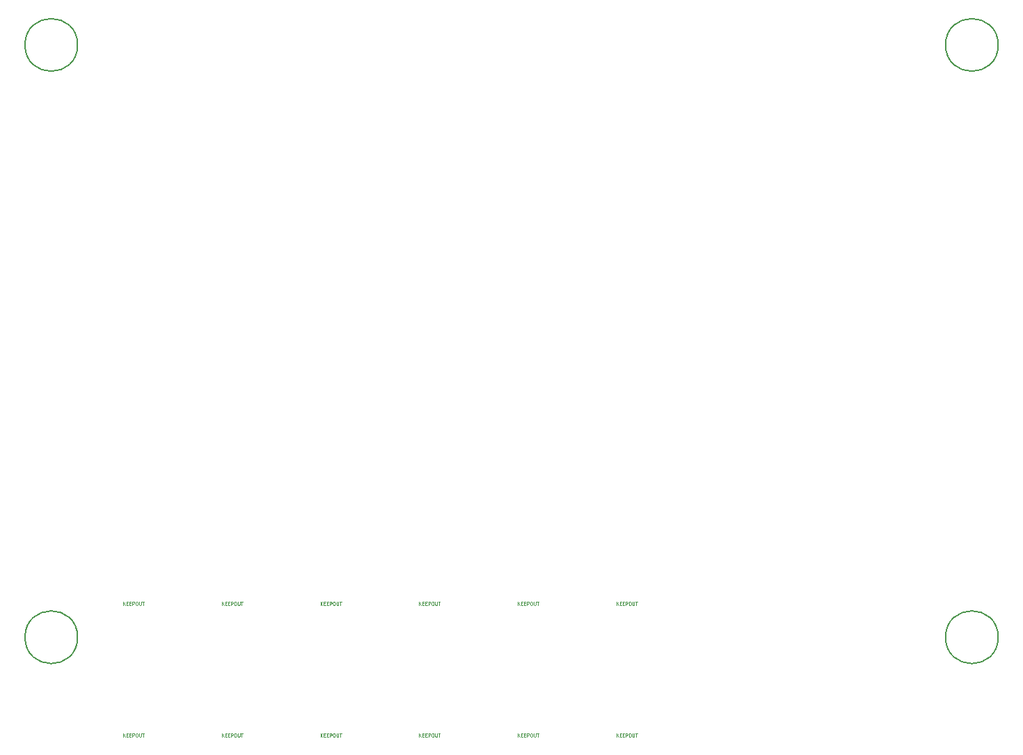
<source format=gbr>
%TF.GenerationSoftware,KiCad,Pcbnew,7.0.2*%
%TF.CreationDate,2025-03-10T10:37:47+00:00*%
%TF.ProjectId,dk2_04b_top,646b325f-3034-4625-9f74-6f702e6b6963,rev?*%
%TF.SameCoordinates,Original*%
%TF.FileFunction,Other,Comment*%
%FSLAX46Y46*%
G04 Gerber Fmt 4.6, Leading zero omitted, Abs format (unit mm)*
G04 Created by KiCad (PCBNEW 7.0.2) date 2025-03-10 10:37:47*
%MOMM*%
%LPD*%
G01*
G04 APERTURE LIST*
%ADD10C,0.051000*%
%ADD11C,0.150000*%
G04 APERTURE END LIST*
D10*
%TO.C,J2*%
X94761904Y-124105047D02*
X94761904Y-123705047D01*
X94990475Y-124105047D02*
X94819046Y-123876476D01*
X94990475Y-123705047D02*
X94761904Y-123933619D01*
X95161904Y-123895523D02*
X95295237Y-123895523D01*
X95352380Y-124105047D02*
X95161904Y-124105047D01*
X95161904Y-124105047D02*
X95161904Y-123705047D01*
X95161904Y-123705047D02*
X95352380Y-123705047D01*
X95523809Y-123895523D02*
X95657142Y-123895523D01*
X95714285Y-124105047D02*
X95523809Y-124105047D01*
X95523809Y-124105047D02*
X95523809Y-123705047D01*
X95523809Y-123705047D02*
X95714285Y-123705047D01*
X95885714Y-124105047D02*
X95885714Y-123705047D01*
X95885714Y-123705047D02*
X96038095Y-123705047D01*
X96038095Y-123705047D02*
X96076190Y-123724095D01*
X96076190Y-123724095D02*
X96095237Y-123743142D01*
X96095237Y-123743142D02*
X96114285Y-123781238D01*
X96114285Y-123781238D02*
X96114285Y-123838380D01*
X96114285Y-123838380D02*
X96095237Y-123876476D01*
X96095237Y-123876476D02*
X96076190Y-123895523D01*
X96076190Y-123895523D02*
X96038095Y-123914571D01*
X96038095Y-123914571D02*
X95885714Y-123914571D01*
X96361904Y-123705047D02*
X96438095Y-123705047D01*
X96438095Y-123705047D02*
X96476190Y-123724095D01*
X96476190Y-123724095D02*
X96514285Y-123762190D01*
X96514285Y-123762190D02*
X96533333Y-123838380D01*
X96533333Y-123838380D02*
X96533333Y-123971714D01*
X96533333Y-123971714D02*
X96514285Y-124047904D01*
X96514285Y-124047904D02*
X96476190Y-124086000D01*
X96476190Y-124086000D02*
X96438095Y-124105047D01*
X96438095Y-124105047D02*
X96361904Y-124105047D01*
X96361904Y-124105047D02*
X96323809Y-124086000D01*
X96323809Y-124086000D02*
X96285714Y-124047904D01*
X96285714Y-124047904D02*
X96266666Y-123971714D01*
X96266666Y-123971714D02*
X96266666Y-123838380D01*
X96266666Y-123838380D02*
X96285714Y-123762190D01*
X96285714Y-123762190D02*
X96323809Y-123724095D01*
X96323809Y-123724095D02*
X96361904Y-123705047D01*
X96704762Y-123705047D02*
X96704762Y-124028857D01*
X96704762Y-124028857D02*
X96723809Y-124066952D01*
X96723809Y-124066952D02*
X96742857Y-124086000D01*
X96742857Y-124086000D02*
X96780952Y-124105047D01*
X96780952Y-124105047D02*
X96857143Y-124105047D01*
X96857143Y-124105047D02*
X96895238Y-124086000D01*
X96895238Y-124086000D02*
X96914285Y-124066952D01*
X96914285Y-124066952D02*
X96933333Y-124028857D01*
X96933333Y-124028857D02*
X96933333Y-123705047D01*
X97066667Y-123705047D02*
X97295238Y-123705047D01*
X97180952Y-124105047D02*
X97180952Y-123705047D01*
%TO.C,J13*%
X130761904Y-124105047D02*
X130761904Y-123705047D01*
X130990475Y-124105047D02*
X130819046Y-123876476D01*
X130990475Y-123705047D02*
X130761904Y-123933619D01*
X131161904Y-123895523D02*
X131295237Y-123895523D01*
X131352380Y-124105047D02*
X131161904Y-124105047D01*
X131161904Y-124105047D02*
X131161904Y-123705047D01*
X131161904Y-123705047D02*
X131352380Y-123705047D01*
X131523809Y-123895523D02*
X131657142Y-123895523D01*
X131714285Y-124105047D02*
X131523809Y-124105047D01*
X131523809Y-124105047D02*
X131523809Y-123705047D01*
X131523809Y-123705047D02*
X131714285Y-123705047D01*
X131885714Y-124105047D02*
X131885714Y-123705047D01*
X131885714Y-123705047D02*
X132038095Y-123705047D01*
X132038095Y-123705047D02*
X132076190Y-123724095D01*
X132076190Y-123724095D02*
X132095237Y-123743142D01*
X132095237Y-123743142D02*
X132114285Y-123781238D01*
X132114285Y-123781238D02*
X132114285Y-123838380D01*
X132114285Y-123838380D02*
X132095237Y-123876476D01*
X132095237Y-123876476D02*
X132076190Y-123895523D01*
X132076190Y-123895523D02*
X132038095Y-123914571D01*
X132038095Y-123914571D02*
X131885714Y-123914571D01*
X132361904Y-123705047D02*
X132438095Y-123705047D01*
X132438095Y-123705047D02*
X132476190Y-123724095D01*
X132476190Y-123724095D02*
X132514285Y-123762190D01*
X132514285Y-123762190D02*
X132533333Y-123838380D01*
X132533333Y-123838380D02*
X132533333Y-123971714D01*
X132533333Y-123971714D02*
X132514285Y-124047904D01*
X132514285Y-124047904D02*
X132476190Y-124086000D01*
X132476190Y-124086000D02*
X132438095Y-124105047D01*
X132438095Y-124105047D02*
X132361904Y-124105047D01*
X132361904Y-124105047D02*
X132323809Y-124086000D01*
X132323809Y-124086000D02*
X132285714Y-124047904D01*
X132285714Y-124047904D02*
X132266666Y-123971714D01*
X132266666Y-123971714D02*
X132266666Y-123838380D01*
X132266666Y-123838380D02*
X132285714Y-123762190D01*
X132285714Y-123762190D02*
X132323809Y-123724095D01*
X132323809Y-123724095D02*
X132361904Y-123705047D01*
X132704762Y-123705047D02*
X132704762Y-124028857D01*
X132704762Y-124028857D02*
X132723809Y-124066952D01*
X132723809Y-124066952D02*
X132742857Y-124086000D01*
X132742857Y-124086000D02*
X132780952Y-124105047D01*
X132780952Y-124105047D02*
X132857143Y-124105047D01*
X132857143Y-124105047D02*
X132895238Y-124086000D01*
X132895238Y-124086000D02*
X132914285Y-124066952D01*
X132914285Y-124066952D02*
X132933333Y-124028857D01*
X132933333Y-124028857D02*
X132933333Y-123705047D01*
X133066667Y-123705047D02*
X133295238Y-123705047D01*
X133180952Y-124105047D02*
X133180952Y-123705047D01*
%TO.C,J12*%
X118761904Y-124105047D02*
X118761904Y-123705047D01*
X118990475Y-124105047D02*
X118819046Y-123876476D01*
X118990475Y-123705047D02*
X118761904Y-123933619D01*
X119161904Y-123895523D02*
X119295237Y-123895523D01*
X119352380Y-124105047D02*
X119161904Y-124105047D01*
X119161904Y-124105047D02*
X119161904Y-123705047D01*
X119161904Y-123705047D02*
X119352380Y-123705047D01*
X119523809Y-123895523D02*
X119657142Y-123895523D01*
X119714285Y-124105047D02*
X119523809Y-124105047D01*
X119523809Y-124105047D02*
X119523809Y-123705047D01*
X119523809Y-123705047D02*
X119714285Y-123705047D01*
X119885714Y-124105047D02*
X119885714Y-123705047D01*
X119885714Y-123705047D02*
X120038095Y-123705047D01*
X120038095Y-123705047D02*
X120076190Y-123724095D01*
X120076190Y-123724095D02*
X120095237Y-123743142D01*
X120095237Y-123743142D02*
X120114285Y-123781238D01*
X120114285Y-123781238D02*
X120114285Y-123838380D01*
X120114285Y-123838380D02*
X120095237Y-123876476D01*
X120095237Y-123876476D02*
X120076190Y-123895523D01*
X120076190Y-123895523D02*
X120038095Y-123914571D01*
X120038095Y-123914571D02*
X119885714Y-123914571D01*
X120361904Y-123705047D02*
X120438095Y-123705047D01*
X120438095Y-123705047D02*
X120476190Y-123724095D01*
X120476190Y-123724095D02*
X120514285Y-123762190D01*
X120514285Y-123762190D02*
X120533333Y-123838380D01*
X120533333Y-123838380D02*
X120533333Y-123971714D01*
X120533333Y-123971714D02*
X120514285Y-124047904D01*
X120514285Y-124047904D02*
X120476190Y-124086000D01*
X120476190Y-124086000D02*
X120438095Y-124105047D01*
X120438095Y-124105047D02*
X120361904Y-124105047D01*
X120361904Y-124105047D02*
X120323809Y-124086000D01*
X120323809Y-124086000D02*
X120285714Y-124047904D01*
X120285714Y-124047904D02*
X120266666Y-123971714D01*
X120266666Y-123971714D02*
X120266666Y-123838380D01*
X120266666Y-123838380D02*
X120285714Y-123762190D01*
X120285714Y-123762190D02*
X120323809Y-123724095D01*
X120323809Y-123724095D02*
X120361904Y-123705047D01*
X120704762Y-123705047D02*
X120704762Y-124028857D01*
X120704762Y-124028857D02*
X120723809Y-124066952D01*
X120723809Y-124066952D02*
X120742857Y-124086000D01*
X120742857Y-124086000D02*
X120780952Y-124105047D01*
X120780952Y-124105047D02*
X120857143Y-124105047D01*
X120857143Y-124105047D02*
X120895238Y-124086000D01*
X120895238Y-124086000D02*
X120914285Y-124066952D01*
X120914285Y-124066952D02*
X120933333Y-124028857D01*
X120933333Y-124028857D02*
X120933333Y-123705047D01*
X121066667Y-123705047D02*
X121295238Y-123705047D01*
X121180952Y-124105047D02*
X121180952Y-123705047D01*
%TO.C,J11*%
X142761904Y-140105047D02*
X142761904Y-139705047D01*
X142990475Y-140105047D02*
X142819046Y-139876476D01*
X142990475Y-139705047D02*
X142761904Y-139933619D01*
X143161904Y-139895523D02*
X143295237Y-139895523D01*
X143352380Y-140105047D02*
X143161904Y-140105047D01*
X143161904Y-140105047D02*
X143161904Y-139705047D01*
X143161904Y-139705047D02*
X143352380Y-139705047D01*
X143523809Y-139895523D02*
X143657142Y-139895523D01*
X143714285Y-140105047D02*
X143523809Y-140105047D01*
X143523809Y-140105047D02*
X143523809Y-139705047D01*
X143523809Y-139705047D02*
X143714285Y-139705047D01*
X143885714Y-140105047D02*
X143885714Y-139705047D01*
X143885714Y-139705047D02*
X144038095Y-139705047D01*
X144038095Y-139705047D02*
X144076190Y-139724095D01*
X144076190Y-139724095D02*
X144095237Y-139743142D01*
X144095237Y-139743142D02*
X144114285Y-139781238D01*
X144114285Y-139781238D02*
X144114285Y-139838380D01*
X144114285Y-139838380D02*
X144095237Y-139876476D01*
X144095237Y-139876476D02*
X144076190Y-139895523D01*
X144076190Y-139895523D02*
X144038095Y-139914571D01*
X144038095Y-139914571D02*
X143885714Y-139914571D01*
X144361904Y-139705047D02*
X144438095Y-139705047D01*
X144438095Y-139705047D02*
X144476190Y-139724095D01*
X144476190Y-139724095D02*
X144514285Y-139762190D01*
X144514285Y-139762190D02*
X144533333Y-139838380D01*
X144533333Y-139838380D02*
X144533333Y-139971714D01*
X144533333Y-139971714D02*
X144514285Y-140047904D01*
X144514285Y-140047904D02*
X144476190Y-140086000D01*
X144476190Y-140086000D02*
X144438095Y-140105047D01*
X144438095Y-140105047D02*
X144361904Y-140105047D01*
X144361904Y-140105047D02*
X144323809Y-140086000D01*
X144323809Y-140086000D02*
X144285714Y-140047904D01*
X144285714Y-140047904D02*
X144266666Y-139971714D01*
X144266666Y-139971714D02*
X144266666Y-139838380D01*
X144266666Y-139838380D02*
X144285714Y-139762190D01*
X144285714Y-139762190D02*
X144323809Y-139724095D01*
X144323809Y-139724095D02*
X144361904Y-139705047D01*
X144704762Y-139705047D02*
X144704762Y-140028857D01*
X144704762Y-140028857D02*
X144723809Y-140066952D01*
X144723809Y-140066952D02*
X144742857Y-140086000D01*
X144742857Y-140086000D02*
X144780952Y-140105047D01*
X144780952Y-140105047D02*
X144857143Y-140105047D01*
X144857143Y-140105047D02*
X144895238Y-140086000D01*
X144895238Y-140086000D02*
X144914285Y-140066952D01*
X144914285Y-140066952D02*
X144933333Y-140028857D01*
X144933333Y-140028857D02*
X144933333Y-139705047D01*
X145066667Y-139705047D02*
X145295238Y-139705047D01*
X145180952Y-140105047D02*
X145180952Y-139705047D01*
%TO.C,J4*%
X82761904Y-124105047D02*
X82761904Y-123705047D01*
X82990475Y-124105047D02*
X82819046Y-123876476D01*
X82990475Y-123705047D02*
X82761904Y-123933619D01*
X83161904Y-123895523D02*
X83295237Y-123895523D01*
X83352380Y-124105047D02*
X83161904Y-124105047D01*
X83161904Y-124105047D02*
X83161904Y-123705047D01*
X83161904Y-123705047D02*
X83352380Y-123705047D01*
X83523809Y-123895523D02*
X83657142Y-123895523D01*
X83714285Y-124105047D02*
X83523809Y-124105047D01*
X83523809Y-124105047D02*
X83523809Y-123705047D01*
X83523809Y-123705047D02*
X83714285Y-123705047D01*
X83885714Y-124105047D02*
X83885714Y-123705047D01*
X83885714Y-123705047D02*
X84038095Y-123705047D01*
X84038095Y-123705047D02*
X84076190Y-123724095D01*
X84076190Y-123724095D02*
X84095237Y-123743142D01*
X84095237Y-123743142D02*
X84114285Y-123781238D01*
X84114285Y-123781238D02*
X84114285Y-123838380D01*
X84114285Y-123838380D02*
X84095237Y-123876476D01*
X84095237Y-123876476D02*
X84076190Y-123895523D01*
X84076190Y-123895523D02*
X84038095Y-123914571D01*
X84038095Y-123914571D02*
X83885714Y-123914571D01*
X84361904Y-123705047D02*
X84438095Y-123705047D01*
X84438095Y-123705047D02*
X84476190Y-123724095D01*
X84476190Y-123724095D02*
X84514285Y-123762190D01*
X84514285Y-123762190D02*
X84533333Y-123838380D01*
X84533333Y-123838380D02*
X84533333Y-123971714D01*
X84533333Y-123971714D02*
X84514285Y-124047904D01*
X84514285Y-124047904D02*
X84476190Y-124086000D01*
X84476190Y-124086000D02*
X84438095Y-124105047D01*
X84438095Y-124105047D02*
X84361904Y-124105047D01*
X84361904Y-124105047D02*
X84323809Y-124086000D01*
X84323809Y-124086000D02*
X84285714Y-124047904D01*
X84285714Y-124047904D02*
X84266666Y-123971714D01*
X84266666Y-123971714D02*
X84266666Y-123838380D01*
X84266666Y-123838380D02*
X84285714Y-123762190D01*
X84285714Y-123762190D02*
X84323809Y-123724095D01*
X84323809Y-123724095D02*
X84361904Y-123705047D01*
X84704762Y-123705047D02*
X84704762Y-124028857D01*
X84704762Y-124028857D02*
X84723809Y-124066952D01*
X84723809Y-124066952D02*
X84742857Y-124086000D01*
X84742857Y-124086000D02*
X84780952Y-124105047D01*
X84780952Y-124105047D02*
X84857143Y-124105047D01*
X84857143Y-124105047D02*
X84895238Y-124086000D01*
X84895238Y-124086000D02*
X84914285Y-124066952D01*
X84914285Y-124066952D02*
X84933333Y-124028857D01*
X84933333Y-124028857D02*
X84933333Y-123705047D01*
X85066667Y-123705047D02*
X85295238Y-123705047D01*
X85180952Y-124105047D02*
X85180952Y-123705047D01*
%TO.C,J14*%
X118761904Y-140105047D02*
X118761904Y-139705047D01*
X118990475Y-140105047D02*
X118819046Y-139876476D01*
X118990475Y-139705047D02*
X118761904Y-139933619D01*
X119161904Y-139895523D02*
X119295237Y-139895523D01*
X119352380Y-140105047D02*
X119161904Y-140105047D01*
X119161904Y-140105047D02*
X119161904Y-139705047D01*
X119161904Y-139705047D02*
X119352380Y-139705047D01*
X119523809Y-139895523D02*
X119657142Y-139895523D01*
X119714285Y-140105047D02*
X119523809Y-140105047D01*
X119523809Y-140105047D02*
X119523809Y-139705047D01*
X119523809Y-139705047D02*
X119714285Y-139705047D01*
X119885714Y-140105047D02*
X119885714Y-139705047D01*
X119885714Y-139705047D02*
X120038095Y-139705047D01*
X120038095Y-139705047D02*
X120076190Y-139724095D01*
X120076190Y-139724095D02*
X120095237Y-139743142D01*
X120095237Y-139743142D02*
X120114285Y-139781238D01*
X120114285Y-139781238D02*
X120114285Y-139838380D01*
X120114285Y-139838380D02*
X120095237Y-139876476D01*
X120095237Y-139876476D02*
X120076190Y-139895523D01*
X120076190Y-139895523D02*
X120038095Y-139914571D01*
X120038095Y-139914571D02*
X119885714Y-139914571D01*
X120361904Y-139705047D02*
X120438095Y-139705047D01*
X120438095Y-139705047D02*
X120476190Y-139724095D01*
X120476190Y-139724095D02*
X120514285Y-139762190D01*
X120514285Y-139762190D02*
X120533333Y-139838380D01*
X120533333Y-139838380D02*
X120533333Y-139971714D01*
X120533333Y-139971714D02*
X120514285Y-140047904D01*
X120514285Y-140047904D02*
X120476190Y-140086000D01*
X120476190Y-140086000D02*
X120438095Y-140105047D01*
X120438095Y-140105047D02*
X120361904Y-140105047D01*
X120361904Y-140105047D02*
X120323809Y-140086000D01*
X120323809Y-140086000D02*
X120285714Y-140047904D01*
X120285714Y-140047904D02*
X120266666Y-139971714D01*
X120266666Y-139971714D02*
X120266666Y-139838380D01*
X120266666Y-139838380D02*
X120285714Y-139762190D01*
X120285714Y-139762190D02*
X120323809Y-139724095D01*
X120323809Y-139724095D02*
X120361904Y-139705047D01*
X120704762Y-139705047D02*
X120704762Y-140028857D01*
X120704762Y-140028857D02*
X120723809Y-140066952D01*
X120723809Y-140066952D02*
X120742857Y-140086000D01*
X120742857Y-140086000D02*
X120780952Y-140105047D01*
X120780952Y-140105047D02*
X120857143Y-140105047D01*
X120857143Y-140105047D02*
X120895238Y-140086000D01*
X120895238Y-140086000D02*
X120914285Y-140066952D01*
X120914285Y-140066952D02*
X120933333Y-140028857D01*
X120933333Y-140028857D02*
X120933333Y-139705047D01*
X121066667Y-139705047D02*
X121295238Y-139705047D01*
X121180952Y-140105047D02*
X121180952Y-139705047D01*
%TO.C,J15*%
X130761904Y-140105047D02*
X130761904Y-139705047D01*
X130990475Y-140105047D02*
X130819046Y-139876476D01*
X130990475Y-139705047D02*
X130761904Y-139933619D01*
X131161904Y-139895523D02*
X131295237Y-139895523D01*
X131352380Y-140105047D02*
X131161904Y-140105047D01*
X131161904Y-140105047D02*
X131161904Y-139705047D01*
X131161904Y-139705047D02*
X131352380Y-139705047D01*
X131523809Y-139895523D02*
X131657142Y-139895523D01*
X131714285Y-140105047D02*
X131523809Y-140105047D01*
X131523809Y-140105047D02*
X131523809Y-139705047D01*
X131523809Y-139705047D02*
X131714285Y-139705047D01*
X131885714Y-140105047D02*
X131885714Y-139705047D01*
X131885714Y-139705047D02*
X132038095Y-139705047D01*
X132038095Y-139705047D02*
X132076190Y-139724095D01*
X132076190Y-139724095D02*
X132095237Y-139743142D01*
X132095237Y-139743142D02*
X132114285Y-139781238D01*
X132114285Y-139781238D02*
X132114285Y-139838380D01*
X132114285Y-139838380D02*
X132095237Y-139876476D01*
X132095237Y-139876476D02*
X132076190Y-139895523D01*
X132076190Y-139895523D02*
X132038095Y-139914571D01*
X132038095Y-139914571D02*
X131885714Y-139914571D01*
X132361904Y-139705047D02*
X132438095Y-139705047D01*
X132438095Y-139705047D02*
X132476190Y-139724095D01*
X132476190Y-139724095D02*
X132514285Y-139762190D01*
X132514285Y-139762190D02*
X132533333Y-139838380D01*
X132533333Y-139838380D02*
X132533333Y-139971714D01*
X132533333Y-139971714D02*
X132514285Y-140047904D01*
X132514285Y-140047904D02*
X132476190Y-140086000D01*
X132476190Y-140086000D02*
X132438095Y-140105047D01*
X132438095Y-140105047D02*
X132361904Y-140105047D01*
X132361904Y-140105047D02*
X132323809Y-140086000D01*
X132323809Y-140086000D02*
X132285714Y-140047904D01*
X132285714Y-140047904D02*
X132266666Y-139971714D01*
X132266666Y-139971714D02*
X132266666Y-139838380D01*
X132266666Y-139838380D02*
X132285714Y-139762190D01*
X132285714Y-139762190D02*
X132323809Y-139724095D01*
X132323809Y-139724095D02*
X132361904Y-139705047D01*
X132704762Y-139705047D02*
X132704762Y-140028857D01*
X132704762Y-140028857D02*
X132723809Y-140066952D01*
X132723809Y-140066952D02*
X132742857Y-140086000D01*
X132742857Y-140086000D02*
X132780952Y-140105047D01*
X132780952Y-140105047D02*
X132857143Y-140105047D01*
X132857143Y-140105047D02*
X132895238Y-140086000D01*
X132895238Y-140086000D02*
X132914285Y-140066952D01*
X132914285Y-140066952D02*
X132933333Y-140028857D01*
X132933333Y-140028857D02*
X132933333Y-139705047D01*
X133066667Y-139705047D02*
X133295238Y-139705047D01*
X133180952Y-140105047D02*
X133180952Y-139705047D01*
%TO.C,J8*%
X94761904Y-140105047D02*
X94761904Y-139705047D01*
X94990475Y-140105047D02*
X94819046Y-139876476D01*
X94990475Y-139705047D02*
X94761904Y-139933619D01*
X95161904Y-139895523D02*
X95295237Y-139895523D01*
X95352380Y-140105047D02*
X95161904Y-140105047D01*
X95161904Y-140105047D02*
X95161904Y-139705047D01*
X95161904Y-139705047D02*
X95352380Y-139705047D01*
X95523809Y-139895523D02*
X95657142Y-139895523D01*
X95714285Y-140105047D02*
X95523809Y-140105047D01*
X95523809Y-140105047D02*
X95523809Y-139705047D01*
X95523809Y-139705047D02*
X95714285Y-139705047D01*
X95885714Y-140105047D02*
X95885714Y-139705047D01*
X95885714Y-139705047D02*
X96038095Y-139705047D01*
X96038095Y-139705047D02*
X96076190Y-139724095D01*
X96076190Y-139724095D02*
X96095237Y-139743142D01*
X96095237Y-139743142D02*
X96114285Y-139781238D01*
X96114285Y-139781238D02*
X96114285Y-139838380D01*
X96114285Y-139838380D02*
X96095237Y-139876476D01*
X96095237Y-139876476D02*
X96076190Y-139895523D01*
X96076190Y-139895523D02*
X96038095Y-139914571D01*
X96038095Y-139914571D02*
X95885714Y-139914571D01*
X96361904Y-139705047D02*
X96438095Y-139705047D01*
X96438095Y-139705047D02*
X96476190Y-139724095D01*
X96476190Y-139724095D02*
X96514285Y-139762190D01*
X96514285Y-139762190D02*
X96533333Y-139838380D01*
X96533333Y-139838380D02*
X96533333Y-139971714D01*
X96533333Y-139971714D02*
X96514285Y-140047904D01*
X96514285Y-140047904D02*
X96476190Y-140086000D01*
X96476190Y-140086000D02*
X96438095Y-140105047D01*
X96438095Y-140105047D02*
X96361904Y-140105047D01*
X96361904Y-140105047D02*
X96323809Y-140086000D01*
X96323809Y-140086000D02*
X96285714Y-140047904D01*
X96285714Y-140047904D02*
X96266666Y-139971714D01*
X96266666Y-139971714D02*
X96266666Y-139838380D01*
X96266666Y-139838380D02*
X96285714Y-139762190D01*
X96285714Y-139762190D02*
X96323809Y-139724095D01*
X96323809Y-139724095D02*
X96361904Y-139705047D01*
X96704762Y-139705047D02*
X96704762Y-140028857D01*
X96704762Y-140028857D02*
X96723809Y-140066952D01*
X96723809Y-140066952D02*
X96742857Y-140086000D01*
X96742857Y-140086000D02*
X96780952Y-140105047D01*
X96780952Y-140105047D02*
X96857143Y-140105047D01*
X96857143Y-140105047D02*
X96895238Y-140086000D01*
X96895238Y-140086000D02*
X96914285Y-140066952D01*
X96914285Y-140066952D02*
X96933333Y-140028857D01*
X96933333Y-140028857D02*
X96933333Y-139705047D01*
X97066667Y-139705047D02*
X97295238Y-139705047D01*
X97180952Y-140105047D02*
X97180952Y-139705047D01*
%TO.C,J5*%
X142761904Y-124105047D02*
X142761904Y-123705047D01*
X142990475Y-124105047D02*
X142819046Y-123876476D01*
X142990475Y-123705047D02*
X142761904Y-123933619D01*
X143161904Y-123895523D02*
X143295237Y-123895523D01*
X143352380Y-124105047D02*
X143161904Y-124105047D01*
X143161904Y-124105047D02*
X143161904Y-123705047D01*
X143161904Y-123705047D02*
X143352380Y-123705047D01*
X143523809Y-123895523D02*
X143657142Y-123895523D01*
X143714285Y-124105047D02*
X143523809Y-124105047D01*
X143523809Y-124105047D02*
X143523809Y-123705047D01*
X143523809Y-123705047D02*
X143714285Y-123705047D01*
X143885714Y-124105047D02*
X143885714Y-123705047D01*
X143885714Y-123705047D02*
X144038095Y-123705047D01*
X144038095Y-123705047D02*
X144076190Y-123724095D01*
X144076190Y-123724095D02*
X144095237Y-123743142D01*
X144095237Y-123743142D02*
X144114285Y-123781238D01*
X144114285Y-123781238D02*
X144114285Y-123838380D01*
X144114285Y-123838380D02*
X144095237Y-123876476D01*
X144095237Y-123876476D02*
X144076190Y-123895523D01*
X144076190Y-123895523D02*
X144038095Y-123914571D01*
X144038095Y-123914571D02*
X143885714Y-123914571D01*
X144361904Y-123705047D02*
X144438095Y-123705047D01*
X144438095Y-123705047D02*
X144476190Y-123724095D01*
X144476190Y-123724095D02*
X144514285Y-123762190D01*
X144514285Y-123762190D02*
X144533333Y-123838380D01*
X144533333Y-123838380D02*
X144533333Y-123971714D01*
X144533333Y-123971714D02*
X144514285Y-124047904D01*
X144514285Y-124047904D02*
X144476190Y-124086000D01*
X144476190Y-124086000D02*
X144438095Y-124105047D01*
X144438095Y-124105047D02*
X144361904Y-124105047D01*
X144361904Y-124105047D02*
X144323809Y-124086000D01*
X144323809Y-124086000D02*
X144285714Y-124047904D01*
X144285714Y-124047904D02*
X144266666Y-123971714D01*
X144266666Y-123971714D02*
X144266666Y-123838380D01*
X144266666Y-123838380D02*
X144285714Y-123762190D01*
X144285714Y-123762190D02*
X144323809Y-123724095D01*
X144323809Y-123724095D02*
X144361904Y-123705047D01*
X144704762Y-123705047D02*
X144704762Y-124028857D01*
X144704762Y-124028857D02*
X144723809Y-124066952D01*
X144723809Y-124066952D02*
X144742857Y-124086000D01*
X144742857Y-124086000D02*
X144780952Y-124105047D01*
X144780952Y-124105047D02*
X144857143Y-124105047D01*
X144857143Y-124105047D02*
X144895238Y-124086000D01*
X144895238Y-124086000D02*
X144914285Y-124066952D01*
X144914285Y-124066952D02*
X144933333Y-124028857D01*
X144933333Y-124028857D02*
X144933333Y-123705047D01*
X145066667Y-123705047D02*
X145295238Y-123705047D01*
X145180952Y-124105047D02*
X145180952Y-123705047D01*
%TO.C,J9*%
X106761904Y-140105047D02*
X106761904Y-139705047D01*
X106990475Y-140105047D02*
X106819046Y-139876476D01*
X106990475Y-139705047D02*
X106761904Y-139933619D01*
X107161904Y-139895523D02*
X107295237Y-139895523D01*
X107352380Y-140105047D02*
X107161904Y-140105047D01*
X107161904Y-140105047D02*
X107161904Y-139705047D01*
X107161904Y-139705047D02*
X107352380Y-139705047D01*
X107523809Y-139895523D02*
X107657142Y-139895523D01*
X107714285Y-140105047D02*
X107523809Y-140105047D01*
X107523809Y-140105047D02*
X107523809Y-139705047D01*
X107523809Y-139705047D02*
X107714285Y-139705047D01*
X107885714Y-140105047D02*
X107885714Y-139705047D01*
X107885714Y-139705047D02*
X108038095Y-139705047D01*
X108038095Y-139705047D02*
X108076190Y-139724095D01*
X108076190Y-139724095D02*
X108095237Y-139743142D01*
X108095237Y-139743142D02*
X108114285Y-139781238D01*
X108114285Y-139781238D02*
X108114285Y-139838380D01*
X108114285Y-139838380D02*
X108095237Y-139876476D01*
X108095237Y-139876476D02*
X108076190Y-139895523D01*
X108076190Y-139895523D02*
X108038095Y-139914571D01*
X108038095Y-139914571D02*
X107885714Y-139914571D01*
X108361904Y-139705047D02*
X108438095Y-139705047D01*
X108438095Y-139705047D02*
X108476190Y-139724095D01*
X108476190Y-139724095D02*
X108514285Y-139762190D01*
X108514285Y-139762190D02*
X108533333Y-139838380D01*
X108533333Y-139838380D02*
X108533333Y-139971714D01*
X108533333Y-139971714D02*
X108514285Y-140047904D01*
X108514285Y-140047904D02*
X108476190Y-140086000D01*
X108476190Y-140086000D02*
X108438095Y-140105047D01*
X108438095Y-140105047D02*
X108361904Y-140105047D01*
X108361904Y-140105047D02*
X108323809Y-140086000D01*
X108323809Y-140086000D02*
X108285714Y-140047904D01*
X108285714Y-140047904D02*
X108266666Y-139971714D01*
X108266666Y-139971714D02*
X108266666Y-139838380D01*
X108266666Y-139838380D02*
X108285714Y-139762190D01*
X108285714Y-139762190D02*
X108323809Y-139724095D01*
X108323809Y-139724095D02*
X108361904Y-139705047D01*
X108704762Y-139705047D02*
X108704762Y-140028857D01*
X108704762Y-140028857D02*
X108723809Y-140066952D01*
X108723809Y-140066952D02*
X108742857Y-140086000D01*
X108742857Y-140086000D02*
X108780952Y-140105047D01*
X108780952Y-140105047D02*
X108857143Y-140105047D01*
X108857143Y-140105047D02*
X108895238Y-140086000D01*
X108895238Y-140086000D02*
X108914285Y-140066952D01*
X108914285Y-140066952D02*
X108933333Y-140028857D01*
X108933333Y-140028857D02*
X108933333Y-139705047D01*
X109066667Y-139705047D02*
X109295238Y-139705047D01*
X109180952Y-140105047D02*
X109180952Y-139705047D01*
%TO.C,J3*%
X106761904Y-124105047D02*
X106761904Y-123705047D01*
X106990475Y-124105047D02*
X106819046Y-123876476D01*
X106990475Y-123705047D02*
X106761904Y-123933619D01*
X107161904Y-123895523D02*
X107295237Y-123895523D01*
X107352380Y-124105047D02*
X107161904Y-124105047D01*
X107161904Y-124105047D02*
X107161904Y-123705047D01*
X107161904Y-123705047D02*
X107352380Y-123705047D01*
X107523809Y-123895523D02*
X107657142Y-123895523D01*
X107714285Y-124105047D02*
X107523809Y-124105047D01*
X107523809Y-124105047D02*
X107523809Y-123705047D01*
X107523809Y-123705047D02*
X107714285Y-123705047D01*
X107885714Y-124105047D02*
X107885714Y-123705047D01*
X107885714Y-123705047D02*
X108038095Y-123705047D01*
X108038095Y-123705047D02*
X108076190Y-123724095D01*
X108076190Y-123724095D02*
X108095237Y-123743142D01*
X108095237Y-123743142D02*
X108114285Y-123781238D01*
X108114285Y-123781238D02*
X108114285Y-123838380D01*
X108114285Y-123838380D02*
X108095237Y-123876476D01*
X108095237Y-123876476D02*
X108076190Y-123895523D01*
X108076190Y-123895523D02*
X108038095Y-123914571D01*
X108038095Y-123914571D02*
X107885714Y-123914571D01*
X108361904Y-123705047D02*
X108438095Y-123705047D01*
X108438095Y-123705047D02*
X108476190Y-123724095D01*
X108476190Y-123724095D02*
X108514285Y-123762190D01*
X108514285Y-123762190D02*
X108533333Y-123838380D01*
X108533333Y-123838380D02*
X108533333Y-123971714D01*
X108533333Y-123971714D02*
X108514285Y-124047904D01*
X108514285Y-124047904D02*
X108476190Y-124086000D01*
X108476190Y-124086000D02*
X108438095Y-124105047D01*
X108438095Y-124105047D02*
X108361904Y-124105047D01*
X108361904Y-124105047D02*
X108323809Y-124086000D01*
X108323809Y-124086000D02*
X108285714Y-124047904D01*
X108285714Y-124047904D02*
X108266666Y-123971714D01*
X108266666Y-123971714D02*
X108266666Y-123838380D01*
X108266666Y-123838380D02*
X108285714Y-123762190D01*
X108285714Y-123762190D02*
X108323809Y-123724095D01*
X108323809Y-123724095D02*
X108361904Y-123705047D01*
X108704762Y-123705047D02*
X108704762Y-124028857D01*
X108704762Y-124028857D02*
X108723809Y-124066952D01*
X108723809Y-124066952D02*
X108742857Y-124086000D01*
X108742857Y-124086000D02*
X108780952Y-124105047D01*
X108780952Y-124105047D02*
X108857143Y-124105047D01*
X108857143Y-124105047D02*
X108895238Y-124086000D01*
X108895238Y-124086000D02*
X108914285Y-124066952D01*
X108914285Y-124066952D02*
X108933333Y-124028857D01*
X108933333Y-124028857D02*
X108933333Y-123705047D01*
X109066667Y-123705047D02*
X109295238Y-123705047D01*
X109180952Y-124105047D02*
X109180952Y-123705047D01*
%TO.C,J10*%
X82761904Y-140105047D02*
X82761904Y-139705047D01*
X82990475Y-140105047D02*
X82819046Y-139876476D01*
X82990475Y-139705047D02*
X82761904Y-139933619D01*
X83161904Y-139895523D02*
X83295237Y-139895523D01*
X83352380Y-140105047D02*
X83161904Y-140105047D01*
X83161904Y-140105047D02*
X83161904Y-139705047D01*
X83161904Y-139705047D02*
X83352380Y-139705047D01*
X83523809Y-139895523D02*
X83657142Y-139895523D01*
X83714285Y-140105047D02*
X83523809Y-140105047D01*
X83523809Y-140105047D02*
X83523809Y-139705047D01*
X83523809Y-139705047D02*
X83714285Y-139705047D01*
X83885714Y-140105047D02*
X83885714Y-139705047D01*
X83885714Y-139705047D02*
X84038095Y-139705047D01*
X84038095Y-139705047D02*
X84076190Y-139724095D01*
X84076190Y-139724095D02*
X84095237Y-139743142D01*
X84095237Y-139743142D02*
X84114285Y-139781238D01*
X84114285Y-139781238D02*
X84114285Y-139838380D01*
X84114285Y-139838380D02*
X84095237Y-139876476D01*
X84095237Y-139876476D02*
X84076190Y-139895523D01*
X84076190Y-139895523D02*
X84038095Y-139914571D01*
X84038095Y-139914571D02*
X83885714Y-139914571D01*
X84361904Y-139705047D02*
X84438095Y-139705047D01*
X84438095Y-139705047D02*
X84476190Y-139724095D01*
X84476190Y-139724095D02*
X84514285Y-139762190D01*
X84514285Y-139762190D02*
X84533333Y-139838380D01*
X84533333Y-139838380D02*
X84533333Y-139971714D01*
X84533333Y-139971714D02*
X84514285Y-140047904D01*
X84514285Y-140047904D02*
X84476190Y-140086000D01*
X84476190Y-140086000D02*
X84438095Y-140105047D01*
X84438095Y-140105047D02*
X84361904Y-140105047D01*
X84361904Y-140105047D02*
X84323809Y-140086000D01*
X84323809Y-140086000D02*
X84285714Y-140047904D01*
X84285714Y-140047904D02*
X84266666Y-139971714D01*
X84266666Y-139971714D02*
X84266666Y-139838380D01*
X84266666Y-139838380D02*
X84285714Y-139762190D01*
X84285714Y-139762190D02*
X84323809Y-139724095D01*
X84323809Y-139724095D02*
X84361904Y-139705047D01*
X84704762Y-139705047D02*
X84704762Y-140028857D01*
X84704762Y-140028857D02*
X84723809Y-140066952D01*
X84723809Y-140066952D02*
X84742857Y-140086000D01*
X84742857Y-140086000D02*
X84780952Y-140105047D01*
X84780952Y-140105047D02*
X84857143Y-140105047D01*
X84857143Y-140105047D02*
X84895238Y-140086000D01*
X84895238Y-140086000D02*
X84914285Y-140066952D01*
X84914285Y-140066952D02*
X84933333Y-140028857D01*
X84933333Y-140028857D02*
X84933333Y-139705047D01*
X85066667Y-139705047D02*
X85295238Y-139705047D01*
X85180952Y-140105047D02*
X85180952Y-139705047D01*
D11*
%TO.C,H1*%
X77200000Y-56000000D02*
G75*
G03*
X77200000Y-56000000I-3200000J0D01*
G01*
%TO.C,H2*%
X189200000Y-56000000D02*
G75*
G03*
X189200000Y-56000000I-3200000J0D01*
G01*
%TO.C,H3*%
X77200000Y-128000000D02*
G75*
G03*
X77200000Y-128000000I-3200000J0D01*
G01*
%TO.C,H4*%
X189200000Y-128000000D02*
G75*
G03*
X189200000Y-128000000I-3200000J0D01*
G01*
%TD*%
M02*

</source>
